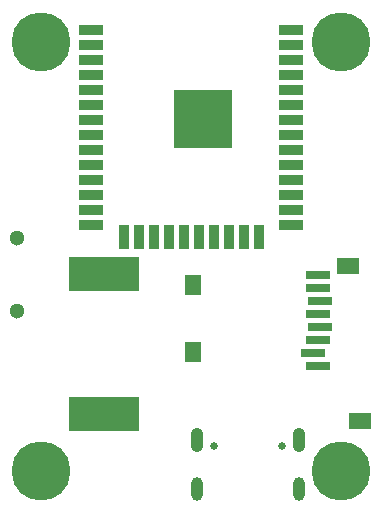
<source format=gbr>
%TF.GenerationSoftware,KiCad,Pcbnew,(6.0.1)*%
%TF.CreationDate,2022-09-11T15:04:47+02:00*%
%TF.ProjectId,trick-tracker,74726963-6b2d-4747-9261-636b65722e6b,rev?*%
%TF.SameCoordinates,Original*%
%TF.FileFunction,Soldermask,Bot*%
%TF.FilePolarity,Negative*%
%FSLAX46Y46*%
G04 Gerber Fmt 4.6, Leading zero omitted, Abs format (unit mm)*
G04 Created by KiCad (PCBNEW (6.0.1)) date 2022-09-11 15:04:47*
%MOMM*%
%LPD*%
G01*
G04 APERTURE LIST*
%ADD10C,0.650000*%
%ADD11O,1.050000X2.100000*%
%ADD12O,1.000000X2.000000*%
%ADD13C,0.800000*%
%ADD14C,5.000000*%
%ADD15C,1.300000*%
%ADD16R,2.000000X0.800000*%
%ADD17R,1.400000X1.800000*%
%ADD18R,1.900000X1.400000*%
%ADD19R,6.000000X3.000000*%
%ADD20R,2.000000X0.900000*%
%ADD21R,0.900000X2.000000*%
%ADD22R,5.000000X5.000000*%
G04 APERTURE END LIST*
D10*
%TO.C,J1*%
X153258000Y-132083000D03*
X147478000Y-132083000D03*
D11*
X146048000Y-131583000D03*
D12*
X146048000Y-135763000D03*
X154688000Y-135763000D03*
D11*
X154688000Y-131583000D03*
%TD*%
D13*
%TO.C,H1*%
X134717000Y-134239000D03*
X131516175Y-135564825D03*
X131516175Y-132913175D03*
X132842000Y-132364000D03*
X132842000Y-136114000D03*
X134167825Y-132913175D03*
D14*
X132842000Y-134239000D03*
D13*
X134167825Y-135564825D03*
X130967000Y-134239000D03*
%TD*%
%TO.C,H2*%
X156916175Y-135564825D03*
X159567825Y-135564825D03*
X158242000Y-136114000D03*
D14*
X158242000Y-134239000D03*
D13*
X159567825Y-132913175D03*
X158242000Y-132364000D03*
X160117000Y-134239000D03*
X156916175Y-132913175D03*
X156367000Y-134239000D03*
%TD*%
D15*
%TO.C,S3*%
X130782000Y-114477000D03*
X130782000Y-120727000D03*
%TD*%
D13*
%TO.C,H3*%
X132842000Y-99792000D03*
X134167825Y-96591175D03*
X130967000Y-97917000D03*
X134717000Y-97917000D03*
D14*
X132842000Y-97917000D03*
D13*
X132842000Y-96042000D03*
X131516175Y-96591175D03*
X134167825Y-99242825D03*
X131516175Y-99242825D03*
%TD*%
%TO.C,H4*%
X160117000Y-97917000D03*
X159567825Y-99242825D03*
X156367000Y-97917000D03*
X159567825Y-96591175D03*
X158242000Y-99792000D03*
D14*
X158242000Y-97917000D03*
D13*
X158242000Y-96042000D03*
X156916175Y-99242825D03*
X156916175Y-96591175D03*
%TD*%
D16*
%TO.C,J4*%
X156260000Y-125384000D03*
X155860000Y-124284000D03*
X156260000Y-123184000D03*
X156460000Y-122084000D03*
X156260000Y-120984000D03*
X156460000Y-119884000D03*
X156260000Y-118784000D03*
X156260000Y-117684000D03*
D17*
X145710000Y-118494000D03*
X145710000Y-124194000D03*
D18*
X158860000Y-116894000D03*
X159860000Y-130044000D03*
%TD*%
D19*
%TO.C,P1*%
X138176000Y-129444000D03*
X138176000Y-117544000D03*
%TD*%
D20*
%TO.C,U3*%
X154042000Y-96944000D03*
X154042000Y-98214000D03*
X154042000Y-99484000D03*
X154042000Y-100754000D03*
X154042000Y-102024000D03*
X154042000Y-103294000D03*
X154042000Y-104564000D03*
X154042000Y-105834000D03*
X154042000Y-107104000D03*
X154042000Y-108374000D03*
X154042000Y-109644000D03*
X154042000Y-110914000D03*
X154042000Y-112184000D03*
X154042000Y-113454000D03*
D21*
X151257000Y-114454000D03*
X149987000Y-114454000D03*
X148717000Y-114454000D03*
X147447000Y-114454000D03*
X146177000Y-114454000D03*
X144907000Y-114454000D03*
X143637000Y-114454000D03*
X142367000Y-114454000D03*
X141097000Y-114454000D03*
X139827000Y-114454000D03*
D20*
X137042000Y-113454000D03*
X137042000Y-112184000D03*
X137042000Y-110914000D03*
X137042000Y-109644000D03*
X137042000Y-108374000D03*
X137042000Y-107104000D03*
X137042000Y-105834000D03*
X137042000Y-104564000D03*
X137042000Y-103294000D03*
X137042000Y-102024000D03*
X137042000Y-100754000D03*
X137042000Y-99484000D03*
X137042000Y-98214000D03*
X137042000Y-96944000D03*
D22*
X146542000Y-104444000D03*
%TD*%
M02*

</source>
